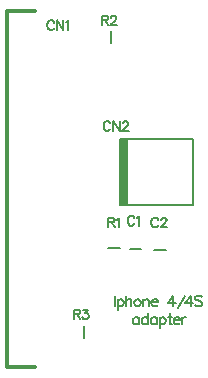
<source format=gto>
%FSLAX25Y25*%
%MOIN*%
G70*
G01*
G75*
G04 Layer_Color=65535*
%ADD10R,0.03543X0.03937*%
%ADD11R,0.03937X0.03740*%
%ADD12R,0.03937X0.03543*%
%ADD13R,0.00787X0.07874*%
%ADD14R,0.07874X0.03150*%
%ADD15C,0.00800*%
%ADD16C,0.02000*%
%ADD17C,0.02600*%
%ADD18C,0.04000*%
%ADD19C,0.03200*%
%ADD20C,0.00787*%
%ADD21C,0.01181*%
%ADD22C,0.00700*%
%ADD23R,0.02362X0.22047*%
D15*
X486094Y302802D02*
Y300440D01*
Y302296D02*
X485757Y302633D01*
X485420Y302802D01*
X484913D01*
X484576Y302633D01*
X484239Y302296D01*
X484070Y301789D01*
Y301452D01*
X484239Y300946D01*
X484576Y300609D01*
X484913Y300440D01*
X485420D01*
X485757Y300609D01*
X486094Y300946D01*
X489063Y303982D02*
Y300440D01*
Y302296D02*
X488726Y302633D01*
X488388Y302802D01*
X487882D01*
X487545Y302633D01*
X487208Y302296D01*
X487039Y301789D01*
Y301452D01*
X487208Y300946D01*
X487545Y300609D01*
X487882Y300440D01*
X488388D01*
X488726Y300609D01*
X489063Y300946D01*
X492032Y302802D02*
Y300440D01*
Y302296D02*
X491695Y302633D01*
X491358Y302802D01*
X490851D01*
X490514Y302633D01*
X490177Y302296D01*
X490008Y301789D01*
Y301452D01*
X490177Y300946D01*
X490514Y300609D01*
X490851Y300440D01*
X491358D01*
X491695Y300609D01*
X492032Y300946D01*
X492977Y302802D02*
Y299259D01*
Y302296D02*
X493314Y302633D01*
X493652Y302802D01*
X494158D01*
X494495Y302633D01*
X494833Y302296D01*
X495001Y301789D01*
Y301452D01*
X494833Y300946D01*
X494495Y300609D01*
X494158Y300440D01*
X493652D01*
X493314Y300609D01*
X492977Y300946D01*
X496267Y303982D02*
Y301115D01*
X496435Y300609D01*
X496773Y300440D01*
X497110D01*
X495760Y302802D02*
X496941D01*
X497616Y301789D02*
X499640D01*
Y302127D01*
X499472Y302464D01*
X499303Y302633D01*
X498966Y302802D01*
X498459D01*
X498122Y302633D01*
X497785Y302296D01*
X497616Y301789D01*
Y301452D01*
X497785Y300946D01*
X498122Y300609D01*
X498459Y300440D01*
X498966D01*
X499303Y300609D01*
X499640Y300946D01*
X500399Y302802D02*
Y300440D01*
Y301789D02*
X500568Y302296D01*
X500906Y302633D01*
X501243Y302802D01*
X501749D01*
X478180Y309873D02*
Y306330D01*
X478922Y308692D02*
Y305149D01*
Y308186D02*
X479260Y308523D01*
X479597Y308692D01*
X480103D01*
X480441Y308523D01*
X480778Y308186D01*
X480947Y307680D01*
Y307342D01*
X480778Y306836D01*
X480441Y306499D01*
X480103Y306330D01*
X479597D01*
X479260Y306499D01*
X478922Y306836D01*
X481706Y309873D02*
Y306330D01*
Y308017D02*
X482212Y308523D01*
X482549Y308692D01*
X483055D01*
X483393Y308523D01*
X483561Y308017D01*
Y306330D01*
X485333Y308692D02*
X484995Y308523D01*
X484658Y308186D01*
X484489Y307680D01*
Y307342D01*
X484658Y306836D01*
X484995Y306499D01*
X485333Y306330D01*
X485839D01*
X486176Y306499D01*
X486513Y306836D01*
X486682Y307342D01*
Y307680D01*
X486513Y308186D01*
X486176Y308523D01*
X485839Y308692D01*
X485333D01*
X487458D02*
Y306330D01*
Y308017D02*
X487964Y308523D01*
X488302Y308692D01*
X488808D01*
X489145Y308523D01*
X489314Y308017D01*
Y306330D01*
X490241Y307680D02*
X492266D01*
Y308017D01*
X492097Y308354D01*
X491928Y308523D01*
X491591Y308692D01*
X491085D01*
X490748Y308523D01*
X490410Y308186D01*
X490241Y307680D01*
Y307342D01*
X490410Y306836D01*
X490748Y306499D01*
X491085Y306330D01*
X491591D01*
X491928Y306499D01*
X492266Y306836D01*
X497495Y309873D02*
X495808Y307511D01*
X498339D01*
X497495Y309873D02*
Y306330D01*
X498963Y305824D02*
X501325Y309873D01*
X503248D02*
X501561Y307511D01*
X504091D01*
X503248Y309873D02*
Y306330D01*
X507077Y309366D02*
X506740Y309704D01*
X506234Y309873D01*
X505559D01*
X505053Y309704D01*
X504715Y309366D01*
Y309029D01*
X504884Y308692D01*
X505053Y308523D01*
X505390Y308354D01*
X506402Y308017D01*
X506740Y307848D01*
X506908Y307680D01*
X507077Y307342D01*
Y306836D01*
X506740Y306499D01*
X506234Y306330D01*
X505559D01*
X505053Y306499D01*
X504715Y306836D01*
D20*
X467800Y295932D02*
Y299868D01*
X491131Y325300D02*
X495069D01*
X482932Y325400D02*
X486868D01*
X475732Y325700D02*
X479669D01*
X479594Y340159D02*
X481956D01*
X479594D02*
Y350002D01*
Y362206D02*
X482350D01*
X479594Y350002D02*
Y362206D01*
X481956Y340159D02*
X504003D01*
Y362206D01*
X481956D02*
X504003D01*
X481956Y340159D02*
Y362206D01*
X476800Y394032D02*
Y397969D01*
D21*
X441988Y404961D02*
X451437D01*
X441988Y286063D02*
X451437D01*
X441988D02*
Y404961D01*
D22*
X464290Y305249D02*
Y302050D01*
Y305249D02*
X465661D01*
X466118Y305097D01*
X466270Y304945D01*
X466423Y304640D01*
Y304335D01*
X466270Y304030D01*
X466118Y303878D01*
X465661Y303726D01*
X464290D01*
X465356D02*
X466423Y302050D01*
X467444Y305249D02*
X469119D01*
X468205Y304030D01*
X468662D01*
X468967Y303878D01*
X469119Y303726D01*
X469272Y303269D01*
Y302964D01*
X469119Y302507D01*
X468815Y302202D01*
X468358Y302050D01*
X467901D01*
X467444Y302202D01*
X467291Y302355D01*
X467139Y302659D01*
X473670Y403299D02*
Y400100D01*
Y403299D02*
X475041D01*
X475498Y403147D01*
X475651Y402995D01*
X475803Y402690D01*
Y402385D01*
X475651Y402080D01*
X475498Y401928D01*
X475041Y401776D01*
X473670D01*
X474736D02*
X475803Y400100D01*
X476671Y402538D02*
Y402690D01*
X476824Y402995D01*
X476976Y403147D01*
X477281Y403299D01*
X477890D01*
X478195Y403147D01*
X478347Y402995D01*
X478499Y402690D01*
Y402385D01*
X478347Y402080D01*
X478042Y401623D01*
X476519Y400100D01*
X478652D01*
X475800Y335889D02*
Y332690D01*
Y335889D02*
X477171D01*
X477628Y335737D01*
X477780Y335585D01*
X477933Y335280D01*
Y334975D01*
X477780Y334670D01*
X477628Y334518D01*
X477171Y334366D01*
X475800D01*
X476866D02*
X477933Y332690D01*
X478649Y335280D02*
X478954Y335432D01*
X479411Y335889D01*
Y332690D01*
X476545Y367308D02*
X476393Y367612D01*
X476088Y367917D01*
X475783Y368069D01*
X475174D01*
X474869Y367917D01*
X474565Y367612D01*
X474412Y367308D01*
X474260Y366850D01*
Y366089D01*
X474412Y365632D01*
X474565Y365327D01*
X474869Y365022D01*
X475174Y364870D01*
X475783D01*
X476088Y365022D01*
X476393Y365327D01*
X476545Y365632D01*
X477444Y368069D02*
Y364870D01*
Y368069D02*
X479577Y364870D01*
Y368069D02*
Y364870D01*
X480613Y367308D02*
Y367460D01*
X480765Y367765D01*
X480918Y367917D01*
X481222Y368069D01*
X481832D01*
X482136Y367917D01*
X482289Y367765D01*
X482441Y367460D01*
Y367155D01*
X482289Y366850D01*
X481984Y366393D01*
X480461Y364870D01*
X482593D01*
X457785Y400948D02*
X457633Y401252D01*
X457328Y401557D01*
X457023Y401709D01*
X456414D01*
X456109Y401557D01*
X455805Y401252D01*
X455652Y400948D01*
X455500Y400491D01*
Y399729D01*
X455652Y399272D01*
X455805Y398967D01*
X456109Y398662D01*
X456414Y398510D01*
X457023D01*
X457328Y398662D01*
X457633Y398967D01*
X457785Y399272D01*
X458684Y401709D02*
Y398510D01*
Y401709D02*
X460817Y398510D01*
Y401709D02*
Y398510D01*
X461701Y401100D02*
X462005Y401252D01*
X462462Y401709D01*
Y398510D01*
X484575Y335738D02*
X484423Y336042D01*
X484118Y336347D01*
X483813Y336499D01*
X483204D01*
X482899Y336347D01*
X482595Y336042D01*
X482442Y335738D01*
X482290Y335280D01*
Y334519D01*
X482442Y334062D01*
X482595Y333757D01*
X482899Y333452D01*
X483204Y333300D01*
X483813D01*
X484118Y333452D01*
X484423Y333757D01*
X484575Y334062D01*
X485474Y335890D02*
X485779Y336042D01*
X486236Y336499D01*
Y333300D01*
X492485Y335138D02*
X492333Y335442D01*
X492028Y335747D01*
X491723Y335899D01*
X491114D01*
X490809Y335747D01*
X490505Y335442D01*
X490352Y335138D01*
X490200Y334681D01*
Y333919D01*
X490352Y333462D01*
X490505Y333157D01*
X490809Y332852D01*
X491114Y332700D01*
X491723D01*
X492028Y332852D01*
X492333Y333157D01*
X492485Y333462D01*
X493536Y335138D02*
Y335290D01*
X493689Y335595D01*
X493841Y335747D01*
X494146Y335899D01*
X494755D01*
X495060Y335747D01*
X495212Y335595D01*
X495365Y335290D01*
Y334985D01*
X495212Y334681D01*
X494908Y334224D01*
X493384Y332700D01*
X495517D01*
D23*
X480775Y351183D02*
D03*
M02*

</source>
